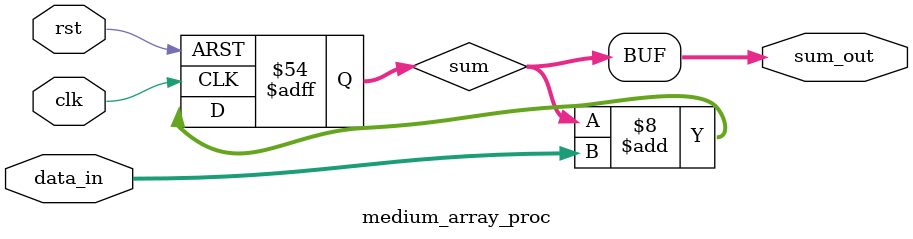
<source format=v>
module medium_array_proc (
  input        clk,
  input        rst,
  input  [7:0] data_in,
  output [7:0] sum_out
);
  reg [7:0] data_array [0:7];
  reg [2:0] index;
  reg [7:0] sum;
  always @(posedge clk or posedge rst) begin
    if (rst) begin
      index <= 3'b000;
      sum <= 8'h00;
    end else begin
      data_array[index] <= data_in;
      index <= index + 1;
      sum <= sum + data_in;
    end
  end
  assign sum_out = sum;
endmodule
</source>
